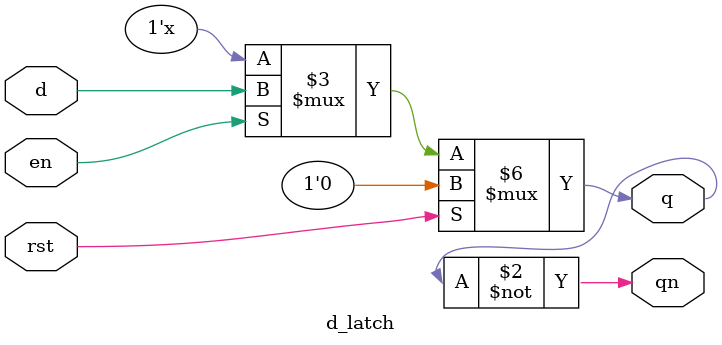
<source format=v>
 module d_latch (
	input d,
	input en,
	input rst,
	output reg q,
	output qn
	);
	
	 always @ (en or rst or d) begin
		if (rst)
		 q <= 0;
		 else
		 if (en)
		 q <= d;
	 end
	 
	 assign qn = ~q;
		 
 endmodule
 
</source>
